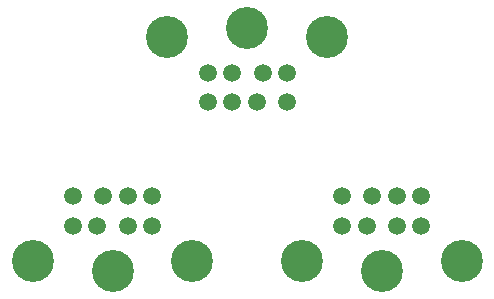
<source format=gbr>
%TF.GenerationSoftware,KiCad,Pcbnew,(6.99.0)*%
%TF.CreationDate,2022-02-09T14:01:33-06:00*%
%TF.ProjectId,CDI-SPLITTER,4344492d-5350-44c4-9954-5445522e6b69,rev?*%
%TF.SameCoordinates,Original*%
%TF.FileFunction,Soldermask,Top*%
%TF.FilePolarity,Negative*%
%FSLAX46Y46*%
G04 Gerber Fmt 4.6, Leading zero omitted, Abs format (unit mm)*
G04 Created by KiCad (PCBNEW (6.99.0)) date 2022-02-09 14:01:33*
%MOMM*%
%LPD*%
G01*
G04 APERTURE LIST*
%ADD10C,3.555000*%
%ADD11C,1.509000*%
G04 APERTURE END LIST*
D10*
%TO.C,J3*%
X144760000Y-102400000D03*
X138000000Y-103210000D03*
X131240000Y-102400000D03*
D11*
X134650000Y-96910000D03*
X137190000Y-96910000D03*
X141350000Y-96910000D03*
X134650000Y-99400000D03*
X139300000Y-96910000D03*
X141350000Y-99400000D03*
X136700000Y-99400000D03*
X139300000Y-99400000D03*
%TD*%
D10*
%TO.C,J2*%
X121960000Y-102400000D03*
X115200000Y-103210000D03*
X108440000Y-102400000D03*
D11*
X111850000Y-96910000D03*
X114390000Y-96910000D03*
X118550000Y-96910000D03*
X111850000Y-99400000D03*
X116500000Y-96910000D03*
X118550000Y-99400000D03*
X113900000Y-99400000D03*
X116500000Y-99400000D03*
%TD*%
%TO.C,J1*%
X125300000Y-86440000D03*
X127900000Y-86440000D03*
X123250000Y-86440000D03*
X125300000Y-88930000D03*
X129950000Y-86440000D03*
X123250000Y-88930000D03*
X127410000Y-88930000D03*
X129950000Y-88930000D03*
D10*
X133360000Y-83440000D03*
X126600000Y-82630000D03*
X119840000Y-83440000D03*
%TD*%
M02*

</source>
